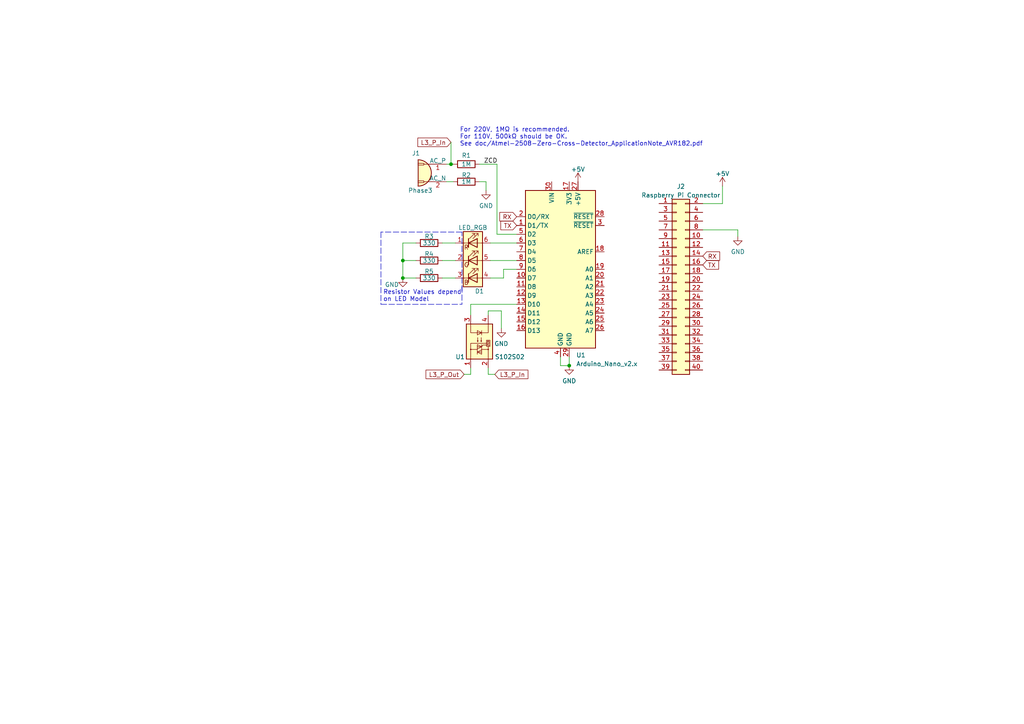
<source format=kicad_sch>
(kicad_sch (version 20211123) (generator eeschema)
  (paper "A4")
  (lib_symbols
    (symbol "Connector:Conn_WallSocket" (pin_names (offset 0))
      (property "Reference" "J" (at 1.27 4.445 0))
      (property "Value" "Conn_WallSocket" (at 5.08 0 90))
      (symbol "Conn_WallSocket_0_1"
        (polyline (pts (xy 1.524 -2.54) (xy -2.54 -2.54)))
        (polyline (pts (xy 1.524 2.54) (xy -2.54 2.54)))
        (polyline (pts (xy 3.175 -3.81) (xy 3.175 3.81)) (stroke (width 0.254)))
        (rectangle (start 3.175 -2.794) (end 1.524 -2.286))
        (rectangle (start 3.175 2.286) (end 1.524 2.794))
        (arc (start 3.175 3.81) (mid -0.635 0) (end 3.175 -3.81) (stroke (width 0.254)) (fill (type background)))
      )
      (symbol "Conn_WallSocket_1_1"
        (pin power_in line (at -5.08 2.54 0) (length 5.08) (name "AC_P") (number "1"))
        (pin power_in line (at -5.08 -2.54 0) (length 5.08) (name "AC_N") (number "2"))
      )
    )
    (symbol "Connector_Generic:Conn_02x20_Odd_Even" (pin_names (offset 1.016) hide)
      (property "Reference" "J" (at 1.27 25.4 0))
      (property "Value" "Conn_02x20_Odd_Even" (at 1.27 -27.94 0))
      (symbol "Conn_02x20_Odd_Even_1_1"
        (rectangle (start -1.27 -25.273) (end 0 -25.527) (stroke (width 0.1524)))
        (rectangle (start -1.27 -22.733) (end 0 -22.987) (stroke (width 0.1524)))
        (rectangle (start -1.27 -20.193) (end 0 -20.447) (stroke (width 0.1524)))
        (rectangle (start -1.27 -17.653) (end 0 -17.907) (stroke (width 0.1524)))
        (rectangle (start -1.27 -15.113) (end 0 -15.367) (stroke (width 0.1524)))
        (rectangle (start -1.27 -12.573) (end 0 -12.827) (stroke (width 0.1524)))
        (rectangle (start -1.27 -10.033) (end 0 -10.287) (stroke (width 0.1524)))
        (rectangle (start -1.27 -7.493) (end 0 -7.747) (stroke (width 0.1524)))
        (rectangle (start -1.27 -4.953) (end 0 -5.207) (stroke (width 0.1524)))
        (rectangle (start -1.27 -2.413) (end 0 -2.667) (stroke (width 0.1524)))
        (rectangle (start -1.27 0.127) (end 0 -0.127) (stroke (width 0.1524)))
        (rectangle (start -1.27 2.667) (end 0 2.413) (stroke (width 0.1524)))
        (rectangle (start -1.27 5.207) (end 0 4.953) (stroke (width 0.1524)))
        (rectangle (start -1.27 7.747) (end 0 7.493) (stroke (width 0.1524)))
        (rectangle (start -1.27 10.287) (end 0 10.033) (stroke (width 0.1524)))
        (rectangle (start -1.27 12.827) (end 0 12.573) (stroke (width 0.1524)))
        (rectangle (start -1.27 15.367) (end 0 15.113) (stroke (width 0.1524)))
        (rectangle (start -1.27 17.907) (end 0 17.653) (stroke (width 0.1524)))
        (rectangle (start -1.27 20.447) (end 0 20.193) (stroke (width 0.1524)))
        (rectangle (start -1.27 22.987) (end 0 22.733) (stroke (width 0.1524)))
        (rectangle (start -1.27 24.13) (end 3.81 -26.67) (stroke (width 0.254)) (fill (type background)))
        (rectangle (start 3.81 -25.273) (end 2.54 -25.527) (stroke (width 0.1524)))
        (rectangle (start 3.81 -22.733) (end 2.54 -22.987) (stroke (width 0.1524)))
        (rectangle (start 3.81 -20.193) (end 2.54 -20.447) (stroke (width 0.1524)))
        (rectangle (start 3.81 -17.653) (end 2.54 -17.907) (stroke (width 0.1524)))
        (rectangle (start 3.81 -15.113) (end 2.54 -15.367) (stroke (width 0.1524)))
        (rectangle (start 3.81 -12.573) (end 2.54 -12.827) (stroke (width 0.1524)))
        (rectangle (start 3.81 -10.033) (end 2.54 -10.287) (stroke (width 0.1524)))
        (rectangle (start 3.81 -7.493) (end 2.54 -7.747) (stroke (width 0.1524)))
        (rectangle (start 3.81 -4.953) (end 2.54 -5.207) (stroke (width 0.1524)))
        (rectangle (start 3.81 -2.413) (end 2.54 -2.667) (stroke (width 0.1524)))
        (rectangle (start 3.81 0.127) (end 2.54 -0.127) (stroke (width 0.1524)))
        (rectangle (start 3.81 2.667) (end 2.54 2.413) (stroke (width 0.1524)))
        (rectangle (start 3.81 5.207) (end 2.54 4.953) (stroke (width 0.1524)))
        (rectangle (start 3.81 7.747) (end 2.54 7.493) (stroke (width 0.1524)))
        (rectangle (start 3.81 10.287) (end 2.54 10.033) (stroke (width 0.1524)))
        (rectangle (start 3.81 12.827) (end 2.54 12.573) (stroke (width 0.1524)))
        (rectangle (start 3.81 15.367) (end 2.54 15.113) (stroke (width 0.1524)))
        (rectangle (start 3.81 17.907) (end 2.54 17.653) (stroke (width 0.1524)))
        (rectangle (start 3.81 20.447) (end 2.54 20.193) (stroke (width 0.1524)))
        (rectangle (start 3.81 22.987) (end 2.54 22.733) (stroke (width 0.1524)))
        (pin passive line (at -5.08 22.86 0) (length 3.81) (name "Pin_1") (number "1"))
        (pin passive line (at 7.62 12.7 180) (length 3.81) (name "Pin_10") (number "10"))
        (pin passive line (at -5.08 10.16 0) (length 3.81) (name "Pin_11") (number "11"))
        (pin passive line (at 7.62 10.16 180) (length 3.81) (name "Pin_12") (number "12"))
        (pin passive line (at -5.08 7.62 0) (length 3.81) (name "Pin_13") (number "13"))
        (pin passive line (at 7.62 7.62 180) (length 3.81) (name "Pin_14") (number "14"))
        (pin passive line (at -5.08 5.08 0) (length 3.81) (name "Pin_15") (number "15"))
        (pin passive line (at 7.62 5.08 180) (length 3.81) (name "Pin_16") (number "16"))
        (pin passive line (at -5.08 2.54 0) (length 3.81) (name "Pin_17") (number "17"))
        (pin passive line (at 7.62 2.54 180) (length 3.81) (name "Pin_18") (number "18"))
        (pin passive line (at -5.08 0 0) (length 3.81) (name "Pin_19") (number "19"))
        (pin passive line (at 7.62 22.86 180) (length 3.81) (name "Pin_2") (number "2"))
        (pin passive line (at 7.62 0 180) (length 3.81) (name "Pin_20") (number "20"))
        (pin passive line (at -5.08 -2.54 0) (length 3.81) (name "Pin_21") (number "21"))
        (pin passive line (at 7.62 -2.54 180) (length 3.81) (name "Pin_22") (number "22"))
        (pin passive line (at -5.08 -5.08 0) (length 3.81) (name "Pin_23") (number "23"))
        (pin passive line (at 7.62 -5.08 180) (length 3.81) (name "Pin_24") (number "24"))
        (pin passive line (at -5.08 -7.62 0) (length 3.81) (name "Pin_25") (number "25"))
        (pin passive line (at 7.62 -7.62 180) (length 3.81) (name "Pin_26") (number "26"))
        (pin passive line (at -5.08 -10.16 0) (length 3.81) (name "Pin_27") (number "27"))
        (pin passive line (at 7.62 -10.16 180) (length 3.81) (name "Pin_28") (number "28"))
        (pin passive line (at -5.08 -12.7 0) (length 3.81) (name "Pin_29") (number "29"))
        (pin passive line (at -5.08 20.32 0) (length 3.81) (name "Pin_3") (number "3"))
        (pin passive line (at 7.62 -12.7 180) (length 3.81) (name "Pin_30") (number "30"))
        (pin passive line (at -5.08 -15.24 0) (length 3.81) (name "Pin_31") (number "31"))
        (pin passive line (at 7.62 -15.24 180) (length 3.81) (name "Pin_32") (number "32"))
        (pin passive line (at -5.08 -17.78 0) (length 3.81) (name "Pin_33") (number "33"))
        (pin passive line (at 7.62 -17.78 180) (length 3.81) (name "Pin_34") (number "34"))
        (pin passive line (at -5.08 -20.32 0) (length 3.81) (name "Pin_35") (number "35"))
        (pin passive line (at 7.62 -20.32 180) (length 3.81) (name "Pin_36") (number "36"))
        (pin passive line (at -5.08 -22.86 0) (length 3.81) (name "Pin_37") (number "37"))
        (pin passive line (at 7.62 -22.86 180) (length 3.81) (name "Pin_38") (number "38"))
        (pin passive line (at -5.08 -25.4 0) (length 3.81) (name "Pin_39") (number "39"))
        (pin passive line (at 7.62 20.32 180) (length 3.81) (name "Pin_4") (number "4"))
        (pin passive line (at 7.62 -25.4 180) (length 3.81) (name "Pin_40") (number "40"))
        (pin passive line (at -5.08 17.78 0) (length 3.81) (name "Pin_5") (number "5"))
        (pin passive line (at 7.62 17.78 180) (length 3.81) (name "Pin_6") (number "6"))
        (pin passive line (at -5.08 15.24 0) (length 3.81) (name "Pin_7") (number "7"))
        (pin passive line (at 7.62 15.24 180) (length 3.81) (name "Pin_8") (number "8"))
        (pin passive line (at -5.08 12.7 0) (length 3.81) (name "Pin_9") (number "9"))
      )
    )
    (symbol "Device:LED_RGB" (pin_names (offset 0) hide)
      (property "Reference" "D" (at 0 9.398 0))
      (property "Value" "LED_RGB" (at 0 -8.89 0))
      (symbol "LED_RGB_0_0"
        (text "B" (at -1.905 -6.35 0) (effects (font (size 1.27 1.27))))
        (text "G" (at -1.905 -1.27 0) (effects (font (size 1.27 1.27))))
        (text "R" (at -1.905 3.81 0) (effects (font (size 1.27 1.27))))
      )
      (symbol "LED_RGB_0_1"
        (polyline (pts (xy -1.27 -5.08) (xy -2.54 -5.08)))
        (polyline (pts (xy -1.27 -5.08) (xy 1.27 -5.08)))
        (polyline (pts (xy -1.27 -3.81) (xy -1.27 -6.35)) (stroke (width 0.254)))
        (polyline (pts (xy -1.27 0) (xy -2.54 0)))
        (polyline (pts (xy -1.27 1.27) (xy -1.27 -1.27)) (stroke (width 0.254)))
        (polyline (pts (xy -1.27 5.08) (xy -2.54 5.08)))
        (polyline (pts (xy -1.27 5.08) (xy 1.27 5.08)))
        (polyline (pts (xy -1.27 6.35) (xy -1.27 3.81)) (stroke (width 0.254)))
        (polyline (pts (xy 1.27 -5.08) (xy 2.54 -5.08)))
        (polyline (pts (xy 1.27 0) (xy -1.27 0)))
        (polyline (pts (xy 1.27 0) (xy 2.54 0)))
        (polyline (pts (xy 1.27 5.08) (xy 2.54 5.08)))
        (polyline (pts (xy -1.27 1.27) (xy -1.27 -1.27) (xy -1.27 -1.27)))
        (polyline (pts (xy -1.27 6.35) (xy -1.27 3.81) (xy -1.27 3.81)))
        (polyline (pts (xy 1.27 -3.81) (xy 1.27 -6.35) (xy -1.27 -5.08) (xy 1.27 -3.81)) (stroke (width 0.254)))
        (polyline (pts (xy 1.27 1.27) (xy 1.27 -1.27) (xy -1.27 0) (xy 1.27 1.27)) (stroke (width 0.254)))
        (polyline (pts (xy 1.27 6.35) (xy 1.27 3.81) (xy -1.27 5.08) (xy 1.27 6.35)) (stroke (width 0.254)))
        (polyline (pts (xy -1.016 -3.81) (xy 0.508 -2.286) (xy -0.254 -2.286) (xy 0.508 -2.286) (xy 0.508 -3.048)))
        (polyline (pts (xy -1.016 1.27) (xy 0.508 2.794) (xy -0.254 2.794) (xy 0.508 2.794) (xy 0.508 2.032)))
        (polyline (pts (xy -1.016 6.35) (xy 0.508 7.874) (xy -0.254 7.874) (xy 0.508 7.874) (xy 0.508 7.112)))
        (polyline (pts (xy 0 -3.81) (xy 1.524 -2.286) (xy 0.762 -2.286) (xy 1.524 -2.286) (xy 1.524 -3.048)))
        (polyline (pts (xy 0 1.27) (xy 1.524 2.794) (xy 0.762 2.794) (xy 1.524 2.794) (xy 1.524 2.032)))
        (polyline (pts (xy 0 6.35) (xy 1.524 7.874) (xy 0.762 7.874) (xy 1.524 7.874) (xy 1.524 7.112)))
        (rectangle (start 1.27 -1.27) (end 1.27 1.27))
        (rectangle (start 1.27 1.27) (end 1.27 1.27))
        (rectangle (start 1.27 3.81) (end 1.27 6.35))
        (rectangle (start 1.27 6.35) (end 1.27 6.35))
        (rectangle (start 2.794 8.382) (end -2.794 -7.62) (stroke (width 0.254)) (fill (type background)))
      )
      (symbol "LED_RGB_1_1"
        (pin passive line (at -5.08 5.08 0) (length 2.54) (name "RK") (number "1"))
        (pin passive line (at -5.08 0 0) (length 2.54) (name "GK") (number "2"))
        (pin passive line (at -5.08 -5.08 0) (length 2.54) (name "BK") (number "3"))
        (pin passive line (at 5.08 -5.08 180) (length 2.54) (name "BA") (number "4"))
        (pin passive line (at 5.08 0 180) (length 2.54) (name "GA") (number "5"))
        (pin passive line (at 5.08 5.08 180) (length 2.54) (name "RA") (number "6"))
      )
    )
    (symbol "Device:R" (pin_numbers hide) (pin_names (offset 0))
      (property "Reference" "R" (at 2.032 0 90))
      (property "Value" "R" (at 0 0 90))
      (symbol "R_0_1"
        (rectangle (start -1.016 -2.54) (end 1.016 2.54) (stroke (width 0.254)))
      )
      (symbol "R_1_1"
        (pin passive line (at 0 3.81 270) (length 1.27) (name "~") (number "1"))
        (pin passive line (at 0 -3.81 90) (length 1.27) (name "~") (number "2"))
      )
    )
    (symbol "MCU_Module:Arduino_Nano_v2.x"
      (property "Reference" "A" (at -10.16 23.495 0))
      (property "Value" "Arduino_Nano_v2.x" (at 5.08 -24.13 0))
      (symbol "Arduino_Nano_v2.x_0_1"
        (rectangle (start -10.16 22.86) (end 10.16 -22.86) (stroke (width 0.254)) (fill (type background)))
      )
      (symbol "Arduino_Nano_v2.x_1_1"
        (pin bidirectional line (at -12.7 12.7 0) (length 2.54) (name "D1/TX") (number "1"))
        (pin bidirectional line (at -12.7 -2.54 0) (length 2.54) (name "D7") (number "10"))
        (pin bidirectional line (at -12.7 -5.08 0) (length 2.54) (name "D8") (number "11"))
        (pin bidirectional line (at -12.7 -7.62 0) (length 2.54) (name "D9") (number "12"))
        (pin bidirectional line (at -12.7 -10.16 0) (length 2.54) (name "D10") (number "13"))
        (pin bidirectional line (at -12.7 -12.7 0) (length 2.54) (name "D11") (number "14"))
        (pin bidirectional line (at -12.7 -15.24 0) (length 2.54) (name "D12") (number "15"))
        (pin bidirectional line (at -12.7 -17.78 0) (length 2.54) (name "D13") (number "16"))
        (pin power_out line (at 2.54 25.4 270) (length 2.54) (name "3V3") (number "17"))
        (pin input line (at 12.7 5.08 180) (length 2.54) (name "AREF") (number "18"))
        (pin bidirectional line (at 12.7 0 180) (length 2.54) (name "A0") (number "19"))
        (pin bidirectional line (at -12.7 15.24 0) (length 2.54) (name "D0/RX") (number "2"))
        (pin bidirectional line (at 12.7 -2.54 180) (length 2.54) (name "A1") (number "20"))
        (pin bidirectional line (at 12.7 -5.08 180) (length 2.54) (name "A2") (number "21"))
        (pin bidirectional line (at 12.7 -7.62 180) (length 2.54) (name "A3") (number "22"))
        (pin bidirectional line (at 12.7 -10.16 180) (length 2.54) (name "A4") (number "23"))
        (pin bidirectional line (at 12.7 -12.7 180) (length 2.54) (name "A5") (number "24"))
        (pin bidirectional line (at 12.7 -15.24 180) (length 2.54) (name "A6") (number "25"))
        (pin bidirectional line (at 12.7 -17.78 180) (length 2.54) (name "A7") (number "26"))
        (pin power_out line (at 5.08 25.4 270) (length 2.54) (name "+5V") (number "27"))
        (pin input line (at 12.7 15.24 180) (length 2.54) (name "~{RESET}") (number "28"))
        (pin power_in line (at 2.54 -25.4 90) (length 2.54) (name "GND") (number "29"))
        (pin input line (at 12.7 12.7 180) (length 2.54) (name "~{RESET}") (number "3"))
        (pin power_in line (at -2.54 25.4 270) (length 2.54) (name "VIN") (number "30"))
        (pin power_in line (at 0 -25.4 90) (length 2.54) (name "GND") (number "4"))
        (pin bidirectional line (at -12.7 10.16 0) (length 2.54) (name "D2") (number "5"))
        (pin bidirectional line (at -12.7 7.62 0) (length 2.54) (name "D3") (number "6"))
        (pin bidirectional line (at -12.7 5.08 0) (length 2.54) (name "D4") (number "7"))
        (pin bidirectional line (at -12.7 2.54 0) (length 2.54) (name "D5") (number "8"))
        (pin bidirectional line (at -12.7 0 0) (length 2.54) (name "D6") (number "9"))
      )
    )
    (symbol "Relay_SolidState:S102S02"
      (property "Reference" "U" (at -5.08 5.08 0))
      (property "Value" "S102S02" (at 0 5.08 0))
      (symbol "S102S02_0_0"
        (rectangle (start -0.381 -2.032) (end 1.397 -3.048))
        (polyline (pts (xy 2.286 -2.54) (xy 1.397 -2.54)))
        (polyline (pts (xy 1.524 -0.635) (xy 1.016 -1.016) (xy 1.016 -2.032)))
        (text "ZCD" (at 0.508 -2.54 0) (effects (font (size 0.508 0.508))))
      )
      (symbol "S102S02_0_1"
        (rectangle (start -5.08 3.81) (end 5.08 -3.81) (stroke (width 0.254)) (fill (type background)))
        (polyline (pts (xy -3.175 -0.635) (xy -1.905 -0.635)))
        (polyline (pts (xy 1.524 -0.635) (xy 1.524 0.635)))
        (polyline (pts (xy 3.048 0.635) (xy 3.048 -0.635)))
        (polyline (pts (xy 2.286 -0.635) (xy 2.286 -2.54) (xy 5.08 -2.54)))
        (polyline (pts (xy 2.286 0.635) (xy 2.286 2.54) (xy 5.08 2.54)))
        (polyline (pts (xy 2.286 2.54) (xy 0.508 2.54) (xy 0.508 -2.032)))
        (polyline (pts (xy -5.08 2.54) (xy -2.54 2.54) (xy -2.54 -2.54) (xy -5.08 -2.54)))
        (polyline (pts (xy -2.54 -0.635) (xy -3.175 0.635) (xy -1.905 0.635) (xy -2.54 -0.635)))
        (polyline (pts (xy 0.889 -0.635) (xy 3.683 -0.635) (xy 3.048 0.635) (xy 2.413 -0.635)))
        (polyline (pts (xy 3.683 0.635) (xy 0.889 0.635) (xy 1.524 -0.635) (xy 2.159 0.635)))
        (polyline (pts (xy -1.143 -0.508) (xy 0.127 -0.508) (xy -0.254 -0.635) (xy -0.254 -0.381) (xy 0.127 -0.508)))
        (polyline (pts (xy -1.143 0.508) (xy 0.127 0.508) (xy -0.254 0.381) (xy -0.254 0.635) (xy 0.127 0.508)))
        (circle (center 2.286 -2.54) (radius 0.127))
        (circle (center 2.286 2.54) (radius 0.127))
      )
      (symbol "S102S02_1_1"
        (pin passive line (at 7.62 2.54 180) (length 2.54) (name "~") (number "1"))
        (pin passive line (at 7.62 -2.54 180) (length 2.54) (name "~") (number "2"))
        (pin passive line (at -7.62 2.54 0) (length 2.54) (name "~") (number "3"))
        (pin passive line (at -7.62 -2.54 0) (length 2.54) (name "~") (number "4"))
      )
    )
    (symbol "power:+5V" (power) (pin_names (offset 0))
      (property "Value" "+5V" (at 0 3.556 0))
      (symbol "+5V_0_1"
        (polyline (pts (xy -0.762 1.27) (xy 0 2.54)))
        (polyline (pts (xy 0 0) (xy 0 2.54)))
        (polyline (pts (xy 0 2.54) (xy 0.762 1.27)))
      )
      (symbol "+5V_1_1"
        (pin power_in line (at 0 0 90) (length 0) hide (name "+5V") (number "1"))
      )
    )
    (symbol "power:GND" (power) (pin_names (offset 0))
      (property "Value" "GND" (at 0 -3.81 0))
      (symbol "GND_0_1"
        (polyline (pts (xy 0 0) (xy 0 -1.27) (xy 1.27 -1.27) (xy 0 -2.54) (xy -1.27 -1.27) (xy 0 -1.27)))
      )
      (symbol "GND_1_1"
        (pin power_in line (at 0 0 270) (length 0) hide (name "GND") (number "1"))
      )
    )
  )
  (junction (at 116.84 80.645))
  (junction (at 130.81 47.625))
  (junction (at 165.1 106.045))
  (junction (at 116.84 75.565))
  (wire (pts (xy 129.54 47.625) (xy 130.81 47.625)))
  (wire (pts (xy 120.65 80.645) (xy 116.84 80.645)))
  (wire (pts (xy 145.415 90.17) (xy 145.415 95.25)))
  (wire (pts (xy 203.835 66.675) (xy 213.995 66.675)))
  (wire (pts (xy 203.835 59.055) (xy 209.55 59.055)))
  (wire (pts (xy 213.995 66.675) (xy 213.995 68.58)))
  (wire (pts (xy 140.97 52.705) (xy 140.97 55.245)))
  (wire (pts (xy 162.56 106.045) (xy 162.56 103.505)))
  (wire (pts (xy 116.84 75.565) (xy 120.65 75.565)))
  (wire (pts (xy 141.605 90.17) (xy 145.415 90.17)))
  (wire (pts (xy 130.81 47.625) (xy 131.445 47.625)))
  (wire (pts (xy 128.27 80.645) (xy 132.08 80.645)))
  (wire (pts (xy 146.05 78.105) (xy 146.05 80.645)))
  (wire (pts (xy 141.605 106.68) (xy 141.605 108.585)))
  (wire (pts (xy 129.54 52.705) (xy 131.445 52.705)))
  (wire (pts (xy 136.525 108.585) (xy 134.62 108.585)))
  (wire (pts (xy 116.84 80.645) (xy 116.84 75.565)))
  (wire (pts (xy 209.55 53.975) (xy 209.55 59.055)))
  (wire (pts (xy 149.86 78.105) (xy 146.05 78.105)))
  (polyline (pts (xy 133.985 83.185) (xy 133.985 88.265)))
  (wire (pts (xy 139.065 52.705) (xy 140.97 52.705)))
  (wire (pts (xy 128.27 75.565) (xy 132.08 75.565)))
  (wire (pts (xy 165.1 103.505) (xy 165.1 106.045)))
  (wire (pts (xy 144.145 47.625) (xy 144.145 67.945)))
  (wire (pts (xy 165.1 106.045) (xy 162.56 106.045)))
  (wire (pts (xy 116.84 70.485) (xy 120.65 70.485)))
  (wire (pts (xy 136.525 88.265) (xy 149.86 88.265)))
  (wire (pts (xy 136.525 106.68) (xy 136.525 108.585)))
  (wire (pts (xy 142.24 80.645) (xy 146.05 80.645)))
  (polyline (pts (xy 110.49 88.265) (xy 133.985 88.265)))
  (polyline (pts (xy 110.49 67.31) (xy 110.49 88.265)))
  (wire (pts (xy 141.605 108.585) (xy 143.51 108.585)))
  (wire (pts (xy 139.065 47.625) (xy 144.145 47.625)))
  (polyline (pts (xy 133.985 67.31) (xy 110.49 67.31)))
  (wire (pts (xy 128.27 70.485) (xy 132.08 70.485)))
  (wire (pts (xy 149.86 67.945) (xy 144.145 67.945)))
  (wire (pts (xy 136.525 91.44) (xy 136.525 88.265)))
  (wire (pts (xy 130.81 41.275) (xy 130.81 47.625)))
  (wire (pts (xy 142.24 75.565) (xy 149.86 75.565)))
  (wire (pts (xy 141.605 91.44) (xy 141.605 90.17)))
  (wire (pts (xy 142.24 70.485) (xy 149.86 70.485)))
  (wire (pts (xy 116.84 75.565) (xy 116.84 70.485)))
  (polyline (pts (xy 133.985 84.455) (xy 133.985 67.31)))
  (text "For 220V, 1MΩ is recommended.\nFor 110V, 500kΩ should be OK.\nSee doc/Atmel-2508-Zero-Cross-Detector_ApplicationNote_AVR182.pdf" (at 133.35 42.545 0) (effects (font (size 1.27 1.27)) (justify left bottom)))
  (text "Resistor Values depend\non LED Model" (at 111.125 87.63 0) (effects (font (size 1.27 1.27)) (justify left bottom)))
  (label "ZCD" (at 140.335 47.625 0))
  (global_label "RX" (shape input) (at 149.86 62.865 180) (property "Intersheet References" "${INTERSHEET_REFS}" (effects hide)))
  (global_label "L3_P_In" (shape input) (at 130.81 41.275 180) (property "Intersheet References" "${INTERSHEET_REFS}" (effects hide)))
  (global_label "TX" (shape input) (at 203.835 76.835 0) (property "Intersheet References" "${INTERSHEET_REFS}" (effects hide)))
  (global_label "TX" (shape input) (at 149.86 65.405 180) (property "Intersheet References" "${INTERSHEET_REFS}" (effects hide)))
  (global_label "L3_P_Out" (shape input) (at 134.62 108.585 180) (property "Intersheet References" "${INTERSHEET_REFS}" (effects hide)))
  (global_label "RX" (shape input) (at 203.835 74.295 0) (property "Intersheet References" "${INTERSHEET_REFS}" (effects hide)))
  (global_label "L3_P_In" (shape input) (at 143.51 108.585 0) (property "Intersheet References" "${INTERSHEET_REFS}" (effects hide)))
  (symbol (lib_id "Relay_SolidState:S102S02") (at 139.065 99.06 90) (mirror x) (unit 1)
    (property "Reference" "U1" (at 132.08 103.505 90) (effects (justify right)))
    (property "Value" "S102S02" (at 143.51 103.505 90) (effects (justify right)))
    (property "Footprint" "Package_SIP:SIP4_Sharp-SSR_P7.62mm_Straight" (effects hide))
    (property "Datasheet" "http://www.sharp-world.com/products/device/lineup/data/pdf/datasheet/s102s02_e.pdf" (effects hide))
  )
  (symbol (lib_id "Connector:Conn_WallSocket") (at 124.46 50.165 0) (mirror y) (unit 1)
    (property "Reference" "J1" (at 120.65 44.45 0))
    (property "Value" "Phase3" (at 121.92 55.245 0))
  )
  (symbol (lib_id "Device:R") (at 135.255 47.625 90) (unit 1)
    (property "Reference" "R1" (at 135.255 45.085 90))
    (property "Value" "1M" (at 135.255 47.625 90))
  )
  (symbol (lib_id "Device:R") (at 124.46 75.565 90) (unit 1)
    (property "Reference" "R4" (at 124.46 73.66 90))
    (property "Value" "330" (at 124.46 75.565 90))
  )
  (symbol (lib_id "power:GND") (at 145.415 95.25 0) (unit 1)
    (property "Reference" "#PWR06" (effects hide))
    (property "Value" "GND" (at 145.415 99.6934 0))
  )
  (symbol (lib_id "Device:R") (at 124.46 70.485 90) (unit 1)
    (property "Reference" "R3" (at 124.46 68.58 90))
    (property "Value" "330" (at 124.46 70.485 90))
  )
  (symbol (lib_id "power:GND") (at 165.1 106.045 0) (unit 1)
    (property "Reference" "#PWR07" (effects hide))
    (property "Value" "GND" (at 165.1 110.4884 0))
  )
  (symbol (lib_id "MCU_Module:Arduino_Nano_v2.x") (at 162.56 78.105 0) (unit 1)
    (property "Reference" "U1" (at 167.1194 102.9954 0) (effects (justify left)))
    (property "Value" "Arduino_Nano_v2.x" (at 167.1194 105.5323 0) (effects (justify left)))
    (property "Footprint" "Module:Arduino_Nano" (effects hide))
    (property "Datasheet" "https://www.arduino.cc/en/uploads/Main/ArduinoNanoManual23.pdf" (effects hide))
  )
  (symbol (lib_id "power:GND") (at 140.97 55.245 0) (unit 1)
    (property "Reference" "#PWR03" (effects hide))
    (property "Value" "GND" (at 140.97 59.6884 0))
  )
  (symbol (lib_id "Device:R") (at 135.255 52.705 90) (unit 1)
    (property "Reference" "R2" (at 135.255 50.8 90))
    (property "Value" "1M" (at 135.255 52.705 90))
  )
  (symbol (lib_id "power:GND") (at 116.84 80.645 0) (unit 1)
    (property "Reference" "#PWR05" (effects hide))
    (property "Value" "GND" (at 113.665 82.55 0))
  )
  (symbol (lib_id "power:GND") (at 213.995 68.58 0) (unit 1)
    (property "Reference" "#PWR04" (effects hide))
    (property "Value" "GND" (at 213.995 73.0234 0))
  )
  (symbol (lib_id "Device:LED_RGB") (at 137.16 75.565 0) (unit 1)
    (property "Reference" "D1" (at 139.065 84.455 0))
    (property "Value" "LED_RGB" (at 137.16 66.0201 0))
  )
  (symbol (lib_id "Device:R") (at 124.46 80.645 90) (unit 1)
    (property "Reference" "R5" (at 124.46 78.74 90))
    (property "Value" "330" (at 124.46 80.645 90))
  )
  (symbol (lib_id "power:+5V") (at 209.55 53.975 0) (unit 1)
    (property "Reference" "#PWR02" (effects hide))
    (property "Value" "+5V" (at 209.55 50.3992 0))
  )
  (symbol (lib_id "Connector_Generic:Conn_02x20_Odd_Even") (at 196.215 81.915 0) (unit 1)
    (property "Reference" "J2" (at 197.485 54.0852 0))
    (property "Value" "Raspberry Pi Connector" (at 197.485 56.6221 0))
  )
  (symbol (lib_id "power:+5V") (at 167.64 52.705 0) (unit 1)
    (property "Reference" "#PWR01" (effects hide))
    (property "Value" "+5V" (at 167.64 49.1292 0))
  )
)
</source>
